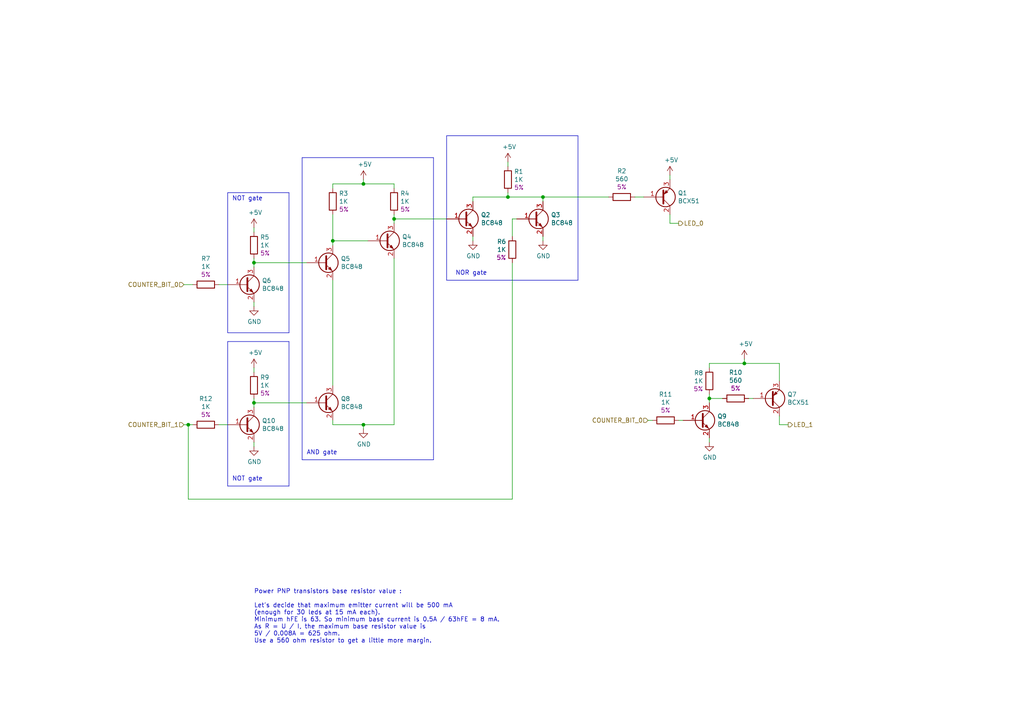
<source format=kicad_sch>
(kicad_sch (version 20230121) (generator eeschema)
  (paper "A4")
  (title_block (title "Leds control logic and power") (date "2022-01-01") (company "(C) Adrien RICCIARDI"))
  (lib_symbols
    (symbol "Device:R" (pin_numbers hide) (pin_names (offset 0))
      (property "Reference" "R" (at 2.032 0 90))
      (property "Value" "R" (at 0 0 90))
      (symbol "R_0_1"
        (rectangle (start -1.016 -2.54) (end 1.016 2.54) (stroke (width 0.254)))
      )
      (symbol "R_1_1"
        (pin passive line (at 0 3.81 270) (length 1.27) (name "~") (number "1"))
        (pin passive line (at 0 -3.81 90) (length 1.27) (name "~") (number "2"))
      )
    )
    (symbol "Transistor_BJT:BC848" (pin_names (offset 0) hide)
      (property "Reference" "Q" (at 5.08 1.905 0))
      (property "Value" "BC848" (at 5.08 0 0))
      (symbol "BC848_0_1"
        (polyline (pts (xy 0.635 0.635) (xy 2.54 2.54)))
        (polyline (pts (xy 0.635 -0.635) (xy 2.54 -2.54) (xy 2.54 -2.54)))
        (polyline (pts (xy 0.635 1.905) (xy 0.635 -1.905) (xy 0.635 -1.905)) (stroke (width 0.508)))
        (polyline (pts (xy 1.27 -1.778) (xy 1.778 -1.27) (xy 2.286 -2.286) (xy 1.27 -1.778) (xy 1.27 -1.778)) (fill (type outline)))
        (circle (center 1.27 0) (radius 2.8194) (stroke (width 0.254)))
      )
      (symbol "BC848_1_1"
        (pin input line (at -5.08 0 0) (length 5.715) (name "B") (number "1"))
        (pin passive line (at 2.54 -5.08 90) (length 2.54) (name "E") (number "2"))
        (pin passive line (at 2.54 5.08 270) (length 2.54) (name "C") (number "3"))
      )
    )
    (symbol "Transistor_BJT:BCX51" (pin_names (offset 0) hide)
      (property "Reference" "Q" (at 5.08 1.905 0))
      (property "Value" "BCX51" (at 5.08 0 0))
      (symbol "BCX51_0_1"
        (polyline (pts (xy 0 0) (xy 0.635 0)))
        (polyline (pts (xy 2.54 -2.54) (xy 0.635 -0.635)))
        (polyline (pts (xy 2.54 2.54) (xy 0.635 0.635)))
        (polyline (pts (xy 0.635 1.905) (xy 0.635 -1.905) (xy 0.635 -1.905)) (stroke (width 0.508)) (fill (type outline)))
        (polyline (pts (xy 1.397 -1.905) (xy 1.905 -1.397) (xy 0.889 -0.889) (xy 1.397 -1.905) (xy 1.397 -1.905)) (fill (type outline)))
        (circle (center 1.27 0) (radius 2.8194) (stroke (width 0.254)))
      )
      (symbol "BCX51_1_1"
        (pin input line (at -5.08 0 0) (length 5.08) (name "B") (number "1"))
        (pin passive line (at 2.54 5.08 270) (length 2.54) (name "C") (number "2"))
        (pin passive line (at 2.54 -5.08 90) (length 2.54) (name "E") (number "3"))
      )
    )
    (symbol "power:+5V" (power) (pin_names (offset 0))
      (property "Value" "+5V" (at 0 3.556 0))
      (symbol "+5V_0_1"
        (polyline (pts (xy -0.762 1.27) (xy 0 2.54)))
        (polyline (pts (xy 0 0) (xy 0 2.54)))
        (polyline (pts (xy 0 2.54) (xy 0.762 1.27)))
      )
      (symbol "+5V_1_1"
        (pin power_in line (at 0 0 90) (length 0) hide (name "+5V") (number "1"))
      )
    )
    (symbol "power:GND" (power) (pin_names (offset 0))
      (property "Value" "GND" (at 0 -3.81 0))
      (symbol "GND_0_1"
        (polyline (pts (xy 0 0) (xy 0 -1.27) (xy 1.27 -1.27) (xy 0 -2.54) (xy -1.27 -1.27) (xy 0 -1.27)))
      )
      (symbol "GND_1_1"
        (pin power_in line (at 0 0 270) (length 0) hide (name "GND") (number "1"))
      )
    )
  )
  (junction (at 105.41 123.19))
  (junction (at 205.74 115.57))
  (junction (at 105.41 53.34))
  (junction (at 54.61 123.19))
  (junction (at 114.3 63.5))
  (junction (at 157.48 57.15))
  (junction (at 73.66 116.84))
  (junction (at 215.9 105.41))
  (junction (at 73.66 76.2))
  (junction (at 96.52 69.85))
  (junction (at 147.32 57.15))
  (polyline (pts (xy 87.63 45.72) (xy 125.73 45.72)))
  (wire (pts (xy 114.3 63.5) (xy 129.54 63.5)))
  (wire (pts (xy 96.52 53.34) (xy 105.41 53.34)))
  (wire (pts (xy 73.66 76.2) (xy 73.66 77.47)))
  (wire (pts (xy 147.32 48.26) (xy 147.32 46.99)))
  (wire (pts (xy 105.41 52.07) (xy 105.41 53.34)))
  (wire (pts (xy 215.9 104.14) (xy 215.9 105.41)))
  (wire (pts (xy 96.52 111.76) (xy 96.52 81.28)))
  (wire (pts (xy 215.9 105.41) (xy 226.06 105.41)))
  (polyline (pts (xy 167.64 81.28) (xy 167.64 39.37)))
  (wire (pts (xy 96.52 62.23) (xy 96.52 69.85)))
  (wire (pts (xy 205.74 105.41) (xy 215.9 105.41)))
  (wire (pts (xy 157.48 69.85) (xy 157.48 68.58)))
  (wire (pts (xy 148.59 76.2) (xy 148.59 144.78)))
  (wire (pts (xy 96.52 123.19) (xy 105.41 123.19)))
  (polyline (pts (xy 87.63 133.35) (xy 87.63 45.72)))
  (polyline (pts (xy 83.82 55.88) (xy 66.04 55.88)))
  (wire (pts (xy 88.9 76.2) (xy 73.66 76.2)))
  (wire (pts (xy 194.31 50.8) (xy 194.31 52.07)))
  (polyline (pts (xy 167.64 39.37) (xy 129.54 39.37)))
  (wire (pts (xy 196.85 121.92) (xy 198.12 121.92)))
  (wire (pts (xy 73.66 116.84) (xy 73.66 118.11)))
  (wire (pts (xy 157.48 57.15) (xy 176.53 57.15)))
  (wire (pts (xy 54.61 144.78) (xy 148.59 144.78)))
  (wire (pts (xy 73.66 128.27) (xy 73.66 129.54)))
  (wire (pts (xy 73.66 116.84) (xy 88.9 116.84)))
  (wire (pts (xy 96.52 54.61) (xy 96.52 53.34)))
  (wire (pts (xy 114.3 123.19) (xy 114.3 74.93)))
  (wire (pts (xy 186.69 57.15) (xy 184.15 57.15)))
  (wire (pts (xy 54.61 123.19) (xy 55.88 123.19)))
  (wire (pts (xy 73.66 66.04) (xy 73.66 67.31)))
  (wire (pts (xy 218.44 115.57) (xy 217.17 115.57)))
  (polyline (pts (xy 83.82 140.97) (xy 83.82 99.06)))
  (wire (pts (xy 105.41 123.19) (xy 114.3 123.19)))
  (polyline (pts (xy 125.73 45.72) (xy 125.73 133.35)))
  (wire (pts (xy 96.52 69.85) (xy 96.52 71.12)))
  (wire (pts (xy 149.86 63.5) (xy 148.59 63.5)))
  (wire (pts (xy 53.34 123.19) (xy 54.61 123.19)))
  (wire (pts (xy 114.3 63.5) (xy 114.3 64.77)))
  (wire (pts (xy 63.5 123.19) (xy 66.04 123.19)))
  (wire (pts (xy 205.74 105.41) (xy 205.74 106.68)))
  (wire (pts (xy 187.96 121.92) (xy 189.23 121.92)))
  (wire (pts (xy 157.48 57.15) (xy 157.48 58.42)))
  (wire (pts (xy 96.52 121.92) (xy 96.52 123.19)))
  (wire (pts (xy 105.41 53.34) (xy 114.3 53.34)))
  (wire (pts (xy 63.5 82.55) (xy 66.04 82.55)))
  (wire (pts (xy 194.31 62.23) (xy 194.31 64.77)))
  (wire (pts (xy 106.68 69.85) (xy 96.52 69.85)))
  (polyline (pts (xy 125.73 133.35) (xy 87.63 133.35)))
  (wire (pts (xy 137.16 57.15) (xy 147.32 57.15)))
  (wire (pts (xy 205.74 116.84) (xy 205.74 115.57)))
  (polyline (pts (xy 83.82 96.52) (xy 83.82 55.88)))
  (wire (pts (xy 148.59 63.5) (xy 148.59 68.58)))
  (wire (pts (xy 137.16 58.42) (xy 137.16 57.15)))
  (wire (pts (xy 194.31 64.77) (xy 196.85 64.77)))
  (wire (pts (xy 226.06 105.41) (xy 226.06 110.49)))
  (wire (pts (xy 137.16 69.85) (xy 137.16 68.58)))
  (wire (pts (xy 226.06 123.19) (xy 228.6 123.19)))
  (wire (pts (xy 105.41 123.19) (xy 105.41 124.46)))
  (wire (pts (xy 73.66 106.68) (xy 73.66 107.95)))
  (wire (pts (xy 114.3 62.23) (xy 114.3 63.5)))
  (polyline (pts (xy 66.04 55.88) (xy 66.04 96.52)))
  (wire (pts (xy 226.06 120.65) (xy 226.06 123.19)))
  (wire (pts (xy 73.66 115.57) (xy 73.66 116.84)))
  (polyline (pts (xy 129.54 39.37) (xy 129.54 81.28)))
  (wire (pts (xy 73.66 74.93) (xy 73.66 76.2)))
  (wire (pts (xy 147.32 57.15) (xy 157.48 57.15)))
  (wire (pts (xy 73.66 87.63) (xy 73.66 88.9)))
  (polyline (pts (xy 66.04 140.97) (xy 83.82 140.97)))
  (polyline (pts (xy 129.54 81.28) (xy 167.64 81.28)))
  (wire (pts (xy 147.32 57.15) (xy 147.32 55.88)))
  (wire (pts (xy 205.74 115.57) (xy 209.55 115.57)))
  (polyline (pts (xy 66.04 99.06) (xy 66.04 140.97)))
  (wire (pts (xy 53.34 82.55) (xy 55.88 82.55)))
  (polyline (pts (xy 83.82 99.06) (xy 66.04 99.06)))
  (wire (pts (xy 205.74 128.27) (xy 205.74 127)))
  (wire (pts (xy 205.74 114.3) (xy 205.74 115.57)))
  (wire (pts (xy 114.3 53.34) (xy 114.3 54.61)))
  (wire (pts (xy 54.61 123.19) (xy 54.61 144.78)))
  (polyline (pts (xy 66.04 96.52) (xy 83.82 96.52)))
  (text "NOT gate" (at 67.31 139.7 0) (effects (font (size 1.27 1.27)) (justify left bottom)))
  (text "NOT gate" (at 67.31 58.42 0) (effects (font (size 1.27 1.27)) (justify left bottom)))
  (text "Power PNP transistors base resistor value :\n\nLet's decide that maximum emitter current will be 500 mA\n(enough for 30 leds at 15 mA each).\nMinimum hFE is 63. So minimum base current is 0.5A / 63hFE = 8 mA.\nAs R = U / I, the maximum base resistor value is\n5V / 0.008A = 625 ohm.\nUse a 560 ohm resistor to get a little more margin." (at 73.66 186.69 0) (effects (font (size 1.27 1.27)) (justify left bottom)))
  (text "NOR gate" (at 132.08 80.01 0) (effects (font (size 1.27 1.27)) (justify left bottom)))
  (text "AND gate" (at 88.9 132.08 0) (effects (font (size 1.27 1.27)) (justify left bottom)))
  (hierarchical_label "COUNTER_BIT_1" (shape input) (at 53.34 123.19 180))
  (hierarchical_label "LED_0" (shape output) (at 196.85 64.77 0))
  (hierarchical_label "COUNTER_BIT_0" (shape input) (at 53.34 82.55 180))
  (hierarchical_label "COUNTER_BIT_0" (shape input) (at 187.96 121.92 180))
  (hierarchical_label "LED_1" (shape output) (at 228.6 123.19 0))
  (symbol (lib_id "Transistor_BJT:BC848") (at 71.12 82.55 0) (unit 1)
    (property "Reference" "Q6" (at 75.9714 81.3816 0) (effects (justify left)))
    (property "Value" "BC848" (at 75.9714 83.693 0) (effects (justify left)))
    (property "Footprint" "Package_TO_SOT_SMD:SOT-23" (effects hide))
    (property "Datasheet" "http://www.infineon.com/dgdl/Infineon-BC847SERIES_BC848SERIES_BC849SERIES_BC850SERIES-DS-v01_01-en.pdf?fileId=db3a304314dca389011541d4630a1657" (effects hide))
    (property "Sim.Library" "Spice_Simulation/BC848.lib" (effects hide))
    (property "Sim.Name" "BC848" (effects hide))
    (property "Sim.Pins" "3=1 1=2 2=3" (effects hide))
    (instances (project "Motherboard" (path "" (reference "Q6") (unit 1)) (path "" (reference "Q?") (unit 1))))
  )
  (symbol (lib_id "Device:R") (at 73.66 71.12 0) (unit 1)
    (property "Reference" "R5" (at 75.438 68.8086 0) (effects (justify left)))
    (property "Value" "1K" (at 75.438 71.12 0) (effects (justify left)))
    (property "Footprint" "Resistor_SMD:R_0603_1608Metric_Pad0.98x0.95mm_HandSolder" (effects hide))
    (property "Value2" "5%" (at 75.438 73.4314 0) (effects (justify left)))
    (property "Sim.Device" "SPICE" (effects hide))
    (property "Sim.Params" "type=\"R\" model=\"1k\" lib=\"\"" (effects hide))
    (property "Sim.Pins" "1=1 2=2" (effects hide))
    (instances (project "Motherboard" (path "" (reference "R5") (unit 1)) (path "" (reference "R?") (unit 1))))
  )
  (symbol (lib_id "power:+5V") (at 73.66 66.04 0) (unit 1)
    (property "Reference" "#PWR09" (effects hide))
    (property "Value" "5" (at 74.041 61.6458 0))
    (property "Sim.Device" "V" (effects hide))
    (property "Sim.Type" "DC" (effects hide))
    (property "Sim.Pins" "1=+" (effects hide))
    (instances (project "Motherboard" (path "" (reference "#PWR09") (unit 1)) (path "" (reference "#PWR?") (unit 1))))
  )
  (symbol (lib_id "power:GND") (at 73.66 88.9 0) (unit 1)
    (property "Reference" "#PWR012" (effects hide))
    (property "Value" "GND" (at 73.787 93.2942 0))
    (instances (project "Motherboard" (path "" (reference "#PWR012") (unit 1)) (path "" (reference "#PWR?") (unit 1))))
  )
  (symbol (lib_id "Device:R") (at 59.69 82.55 270) (unit 1)
    (property "Reference" "R7" (at 59.69 75.0062 90))
    (property "Value" "1K" (at 59.69 77.3176 90))
    (property "Footprint" "Resistor_SMD:R_0603_1608Metric_Pad0.98x0.95mm_HandSolder" (effects hide))
    (property "Value2" "5%" (at 59.69 79.629 90))
    (property "Sim.Device" "SPICE" (effects hide))
    (property "Sim.Params" "type=\"R\" model=\"1k\" lib=\"\"" (effects hide))
    (property "Sim.Pins" "1=1 2=2" (effects hide))
    (instances (project "Motherboard" (path "" (reference "R7") (unit 1)) (path "" (reference "R?") (unit 1))))
  )
  (symbol (lib_id "Transistor_BJT:BC848") (at 71.12 123.19 0) (unit 1)
    (property "Reference" "Q10" (at 75.9714 122.0216 0) (effects (justify left)))
    (property "Value" "BC848" (at 75.9714 124.333 0) (effects (justify left)))
    (property "Footprint" "Package_TO_SOT_SMD:SOT-23" (effects hide))
    (property "Datasheet" "http://www.infineon.com/dgdl/Infineon-BC847SERIES_BC848SERIES_BC849SERIES_BC850SERIES-DS-v01_01-en.pdf?fileId=db3a304314dca389011541d4630a1657" (effects hide))
    (property "Sim.Library" "Spice_Simulation/BC848.lib" (effects hide))
    (property "Sim.Name" "BC848" (effects hide))
    (property "Sim.Pins" "3=1 1=2 2=3" (effects hide))
    (instances (project "Motherboard" (path "" (reference "Q10") (unit 1)) (path "" (reference "Q?") (unit 1))))
  )
  (symbol (lib_id "Device:R") (at 73.66 111.76 0) (unit 1)
    (property "Reference" "R9" (at 75.438 109.4486 0) (effects (justify left)))
    (property "Value" "1K" (at 75.438 111.76 0) (effects (justify left)))
    (property "Footprint" "Resistor_SMD:R_0603_1608Metric_Pad0.98x0.95mm_HandSolder" (effects hide))
    (property "Value2" "5%" (at 75.438 114.0714 0) (effects (justify left)))
    (property "Sim.Device" "SPICE" (effects hide))
    (property "Sim.Params" "type=\"R\" model=\"1k\" lib=\"\"" (effects hide))
    (property "Sim.Pins" "1=1 2=2" (effects hide))
    (instances (project "Motherboard" (path "" (reference "R9") (unit 1)) (path "" (reference "R?") (unit 1))))
  )
  (symbol (lib_id "power:+5V") (at 73.66 106.68 0) (unit 1)
    (property "Reference" "#PWR014" (effects hide))
    (property "Value" "5" (at 74.041 102.2858 0))
    (property "Sim.Device" "V" (effects hide))
    (property "Sim.Type" "DC" (effects hide))
    (property "Sim.Pins" "1=+" (effects hide))
    (instances (project "Motherboard" (path "" (reference "#PWR014") (unit 1)) (path "" (reference "#PWR?") (unit 1))))
  )
  (symbol (lib_id "power:GND") (at 73.66 129.54 0) (unit 1)
    (property "Reference" "#PWR017" (effects hide))
    (property "Value" "GND" (at 73.787 133.9342 0))
    (instances (project "Motherboard" (path "" (reference "#PWR017") (unit 1)) (path "" (reference "#PWR?") (unit 1))))
  )
  (symbol (lib_id "Device:R") (at 59.69 123.19 270) (unit 1)
    (property "Reference" "R12" (at 59.69 115.6462 90))
    (property "Value" "1K" (at 59.69 117.9576 90))
    (property "Footprint" "Resistor_SMD:R_0603_1608Metric_Pad0.98x0.95mm_HandSolder" (effects hide))
    (property "Value2" "5%" (at 59.69 120.269 90))
    (property "Sim.Device" "SPICE" (effects hide))
    (property "Sim.Params" "type=\"R\" model=\"1k\" lib=\"\"" (effects hide))
    (property "Sim.Pins" "1=1 2=2" (effects hide))
    (instances (project "Motherboard" (path "" (reference "R12") (unit 1)) (path "" (reference "R?") (unit 1))))
  )
  (symbol (lib_id "Transistor_BJT:BC848") (at 93.98 116.84 0) (unit 1)
    (property "Reference" "Q8" (at 98.8314 115.6716 0) (effects (justify left)))
    (property "Value" "BC848" (at 98.8314 117.983 0) (effects (justify left)))
    (property "Footprint" "Package_TO_SOT_SMD:SOT-23" (effects hide))
    (property "Datasheet" "http://www.infineon.com/dgdl/Infineon-BC847SERIES_BC848SERIES_BC849SERIES_BC850SERIES-DS-v01_01-en.pdf?fileId=db3a304314dca389011541d4630a1657" (effects hide))
    (property "Sim.Library" "Spice_Simulation/BC848.lib" (effects hide))
    (property "Sim.Name" "BC848" (effects hide))
    (property "Sim.Pins" "3=1 1=2 2=3" (effects hide))
    (instances (project "Motherboard" (path "" (reference "Q8") (unit 1)) (path "" (reference "Q?") (unit 1))))
  )
  (symbol (lib_id "power:GND") (at 105.41 124.46 0) (unit 1)
    (property "Reference" "#PWR015" (effects hide))
    (property "Value" "GND" (at 105.537 128.8542 0))
    (instances (project "Motherboard" (path "" (reference "#PWR015") (unit 1)) (path "" (reference "#PWR?") (unit 1))))
  )
  (symbol (lib_id "Transistor_BJT:BC848") (at 93.98 76.2 0) (unit 1)
    (property "Reference" "Q5" (at 98.8314 75.0316 0) (effects (justify left)))
    (property "Value" "BC848" (at 98.8314 77.343 0) (effects (justify left)))
    (property "Footprint" "Package_TO_SOT_SMD:SOT-23" (effects hide))
    (property "Datasheet" "http://www.infineon.com/dgdl/Infineon-BC847SERIES_BC848SERIES_BC849SERIES_BC850SERIES-DS-v01_01-en.pdf?fileId=db3a304314dca389011541d4630a1657" (effects hide))
    (property "Sim.Library" "Spice_Simulation/BC848.lib" (effects hide))
    (property "Sim.Name" "BC848" (effects hide))
    (property "Sim.Pins" "3=1 1=2 2=3" (effects hide))
    (instances (project "Motherboard" (path "" (reference "Q5") (unit 1)) (path "" (reference "Q?") (unit 1))))
  )
  (symbol (lib_id "Device:R") (at 96.52 58.42 0) (unit 1)
    (property "Reference" "R3" (at 98.298 56.1086 0) (effects (justify left)))
    (property "Value" "1K" (at 98.298 58.42 0) (effects (justify left)))
    (property "Footprint" "Resistor_SMD:R_0603_1608Metric_Pad0.98x0.95mm_HandSolder" (effects hide))
    (property "Value2" "5%" (at 98.298 60.7314 0) (effects (justify left)))
    (property "Sim.Device" "SPICE" (effects hide))
    (property "Sim.Params" "type=\"R\" model=\"1k\" lib=\"\"" (effects hide))
    (property "Sim.Pins" "1=1 2=2" (effects hide))
    (instances (project "Motherboard" (path "" (reference "R3") (unit 1)) (path "" (reference "R?") (unit 1))))
  )
  (symbol (lib_id "Transistor_BJT:BC848") (at 111.76 69.85 0) (unit 1)
    (property "Reference" "Q4" (at 116.6114 68.6816 0) (effects (justify left)))
    (property "Value" "BC848" (at 116.6114 70.993 0) (effects (justify left)))
    (property "Footprint" "Package_TO_SOT_SMD:SOT-23" (effects hide))
    (property "Datasheet" "http://www.infineon.com/dgdl/Infineon-BC847SERIES_BC848SERIES_BC849SERIES_BC850SERIES-DS-v01_01-en.pdf?fileId=db3a304314dca389011541d4630a1657" (effects hide))
    (property "Sim.Library" "Spice_Simulation/BC848.lib" (effects hide))
    (property "Sim.Name" "BC848" (effects hide))
    (property "Sim.Pins" "3=1 1=2 2=3" (effects hide))
    (instances (project "Motherboard" (path "" (reference "Q4") (unit 1)) (path "" (reference "Q?") (unit 1))))
  )
  (symbol (lib_id "power:+5V") (at 105.41 52.07 0) (unit 1)
    (property "Reference" "#PWR08" (effects hide))
    (property "Value" "5" (at 105.791 47.6758 0))
    (property "Sim.Device" "V" (effects hide))
    (property "Sim.Type" "DC" (effects hide))
    (property "Sim.Pins" "1=+" (effects hide))
    (instances (project "Motherboard" (path "" (reference "#PWR08") (unit 1)) (path "" (reference "#PWR?") (unit 1))))
  )
  (symbol (lib_id "Transistor_BJT:BCX51") (at 191.77 57.15 0) (mirror x) (unit 1)
    (property "Reference" "Q1" (at 196.596 55.9816 0) (effects (justify left)))
    (property "Value" "BCX51" (at 196.596 58.293 0) (effects (justify left)))
    (property "Footprint" "Package_TO_SOT_SMD:SOT-89-3" (effects hide))
    (property "Datasheet" "http://www.infineon.com/dgdl/bcx51_bcx52_bcx53.pdf" (effects hide))
    (property "PartNumber" "BCX51,115" (effects hide))
    (property "Sim.Device" "SPICE" (effects hide))
    (property "Sim.Params" "type=\"Q\" model=\"BCX51\" lib=\"Spice_Simulation/BCX51.lib\"" (effects hide))
    (property "Sim.Pins" "3=1 1=2 2=3" (effects hide))
  )
  (symbol (lib_id "Transistor_BJT:BC848") (at 134.62 63.5 0) (unit 1)
    (property "Reference" "Q2" (at 139.4714 62.3316 0) (effects (justify left)))
    (property "Value" "BC848" (at 139.4714 64.643 0) (effects (justify left)))
    (property "Footprint" "Package_TO_SOT_SMD:SOT-23" (effects hide))
    (property "Datasheet" "http://www.infineon.com/dgdl/Infineon-BC847SERIES_BC848SERIES_BC849SERIES_BC850SERIES-DS-v01_01-en.pdf?fileId=db3a304314dca389011541d4630a1657" (effects hide))
    (property "Sim.Library" "Spice_Simulation/BC848.lib" (effects hide))
    (property "Sim.Name" "BC848" (effects hide))
    (property "Sim.Pins" "3=1 1=2 2=3" (effects hide))
    (instances (project "Motherboard" (path "" (reference "Q2") (unit 1)) (path "" (reference "Q?") (unit 1))))
  )
  (symbol (lib_id "Transistor_BJT:BC848") (at 154.94 63.5 0) (unit 1)
    (property "Reference" "Q3" (at 159.7914 62.3316 0) (effects (justify left)))
    (property "Value" "BC848" (at 159.7914 64.643 0) (effects (justify left)))
    (property "Footprint" "Package_TO_SOT_SMD:SOT-23" (effects hide))
    (property "Datasheet" "http://www.infineon.com/dgdl/Infineon-BC847SERIES_BC848SERIES_BC849SERIES_BC850SERIES-DS-v01_01-en.pdf?fileId=db3a304314dca389011541d4630a1657" (effects hide))
    (property "Sim.Library" "Spice_Simulation/BC848.lib" (effects hide))
    (property "Sim.Name" "BC848" (effects hide))
    (property "Sim.Pins" "3=1 1=2 2=3" (effects hide))
    (instances (project "Motherboard" (path "" (reference "Q3") (unit 1)) (path "" (reference "Q?") (unit 1))))
  )
  (symbol (lib_id "Device:R") (at 114.3 58.42 0) (unit 1)
    (property "Reference" "R4" (at 116.078 56.1086 0) (effects (justify left)))
    (property "Value" "1K" (at 116.078 58.42 0) (effects (justify left)))
    (property "Footprint" "Resistor_SMD:R_0603_1608Metric_Pad0.98x0.95mm_HandSolder" (effects hide))
    (property "Value2" "5%" (at 116.078 60.7314 0) (effects (justify left)))
    (property "Sim.Device" "SPICE" (effects hide))
    (property "Sim.Params" "type=\"R\" model=\"1k\" lib=\"\"" (effects hide))
    (property "Sim.Pins" "1=1 2=2" (effects hide))
    (instances (project "Motherboard" (path "" (reference "R4") (unit 1)) (path "" (reference "R?") (unit 1))))
  )
  (symbol (lib_id "Device:R") (at 147.32 52.07 0) (unit 1)
    (property "Reference" "R1" (at 149.098 49.7586 0) (effects (justify left)))
    (property "Value" "1K" (at 149.098 52.07 0) (effects (justify left)))
    (property "Footprint" "Resistor_SMD:R_0603_1608Metric_Pad0.98x0.95mm_HandSolder" (effects hide))
    (property "Value2" "5%" (at 149.098 54.3814 0) (effects (justify left)))
    (property "Sim.Device" "SPICE" (effects hide))
    (property "Sim.Params" "type=\"R\" model=\"1k\" lib=\"\"" (effects hide))
    (property "Sim.Pins" "1=1 2=2" (effects hide))
    (instances (project "Motherboard" (path "" (reference "R1") (unit 1)) (path "" (reference "R?") (unit 1))))
  )
  (symbol (lib_id "power:+5V") (at 147.32 46.99 0) (unit 1)
    (property "Reference" "#PWR06" (effects hide))
    (property "Value" "5" (at 147.701 42.5958 0))
    (property "Sim.Device" "V" (effects hide))
    (property "Sim.Type" "DC" (effects hide))
    (property "Sim.Pins" "1=+" (effects hide))
    (instances (project "Motherboard" (path "" (reference "#PWR06") (unit 1)) (path "" (reference "#PWR?") (unit 1))))
  )
  (symbol (lib_id "power:GND") (at 137.16 69.85 0) (unit 1)
    (property "Reference" "#PWR010" (effects hide))
    (property "Value" "GND" (at 137.287 74.2442 0))
    (instances (project "Motherboard" (path "" (reference "#PWR010") (unit 1)) (path "" (reference "#PWR?") (unit 1))))
  )
  (symbol (lib_id "power:GND") (at 157.48 69.85 0) (unit 1)
    (property "Reference" "#PWR011" (effects hide))
    (property "Value" "GND" (at 157.607 74.2442 0))
    (instances (project "Motherboard" (path "" (reference "#PWR011") (unit 1)) (path "" (reference "#PWR?") (unit 1))))
  )
  (symbol (lib_id "Device:R") (at 180.34 57.15 270) (unit 1)
    (property "Reference" "R2" (at 180.34 49.6062 90))
    (property "Value" "560" (at 180.34 51.9176 90))
    (property "Footprint" "Resistor_SMD:R_0603_1608Metric_Pad0.98x0.95mm_HandSolder" (effects hide))
    (property "Value2" "5%" (at 180.34 54.229 90))
    (property "Sim.Device" "SPICE" (effects hide))
    (property "Sim.Params" "type=\"R\" model=\"1k\" lib=\"\"" (effects hide))
    (property "Sim.Pins" "1=1 2=2" (effects hide))
    (instances (project "Motherboard" (path "" (reference "R2") (unit 1)) (path "" (reference "R?") (unit 1))))
  )
  (symbol (lib_id "power:+5V") (at 194.31 50.8 0) (unit 1)
    (property "Reference" "#PWR07" (effects hide))
    (property "Value" "5" (at 194.691 46.4058 0))
    (property "Sim.Device" "V" (effects hide))
    (property "Sim.Type" "DC" (effects hide))
    (property "Sim.Pins" "1=+" (effects hide))
    (instances (project "Motherboard" (path "" (reference "#PWR07") (unit 1)) (path "" (reference "#PWR?") (unit 1))))
  )
  (symbol (lib_id "Device:R") (at 148.59 72.39 180) (unit 1)
    (property "Reference" "R6" (at 146.8374 70.0786 0) (effects (justify left)))
    (property "Value" "1K" (at 146.8374 72.39 0) (effects (justify left)))
    (property "Footprint" "Resistor_SMD:R_0603_1608Metric_Pad0.98x0.95mm_HandSolder" (effects hide))
    (property "Value2" "5%" (at 146.8374 74.7014 0) (effects (justify left)))
    (property "Sim.Device" "SPICE" (effects hide))
    (property "Sim.Params" "type=\"R\" model=\"1k\" lib=\"\"" (effects hide))
    (property "Sim.Pins" "1=1 2=2" (effects hide))
    (instances (project "Motherboard" (path "" (reference "R6") (unit 1)) (path "" (reference "R?") (unit 1))))
  )
  (symbol (lib_id "Transistor_BJT:BC848") (at 203.2 121.92 0) (unit 1)
    (property "Reference" "Q9" (at 208.0514 120.7516 0) (effects (justify left)))
    (property "Value" "BC848" (at 208.0514 123.063 0) (effects (justify left)))
    (property "Footprint" "Package_TO_SOT_SMD:SOT-23" (effects hide))
    (property "Datasheet" "http://www.infineon.com/dgdl/Infineon-BC847SERIES_BC848SERIES_BC849SERIES_BC850SERIES-DS-v01_01-en.pdf?fileId=db3a304314dca389011541d4630a1657" (effects hide))
    (property "Sim.Library" "Spice_Simulation/BC848.lib" (effects hide))
    (property "Sim.Name" "BC848" (effects hide))
    (property "Sim.Pins" "3=1 1=2 2=3" (effects hide))
    (instances (project "Motherboard" (path "" (reference "Q9") (unit 1)) (path "" (reference "Q?") (unit 1))))
  )
  (symbol (lib_id "Device:R") (at 193.04 121.92 270) (unit 1)
    (property "Reference" "R11" (at 193.04 114.3762 90))
    (property "Value" "1K" (at 193.04 116.6876 90))
    (property "Footprint" "Resistor_SMD:R_0603_1608Metric_Pad0.98x0.95mm_HandSolder" (effects hide))
    (property "Value2" "5%" (at 193.04 118.999 90))
    (property "Sim.Device" "SPICE" (effects hide))
    (property "Sim.Params" "type=\"R\" model=\"1k\" lib=\"\"" (effects hide))
    (property "Sim.Pins" "1=1 2=2" (effects hide))
    (instances (project "Motherboard" (path "" (reference "R11") (unit 1)) (path "" (reference "R?") (unit 1))))
  )
  (symbol (lib_id "power:GND") (at 205.74 128.27 0) (unit 1)
    (property "Reference" "#PWR016" (effects hide))
    (property "Value" "GND" (at 205.867 132.6642 0))
    (instances (project "Motherboard" (path "" (reference "#PWR016") (unit 1)) (path "" (reference "#PWR?") (unit 1))))
  )
  (symbol (lib_id "Device:R") (at 213.36 115.57 270) (unit 1)
    (property "Reference" "R10" (at 213.36 108.0262 90))
    (property "Value" "560" (at 213.36 110.3376 90))
    (property "Footprint" "Resistor_SMD:R_0603_1608Metric_Pad0.98x0.95mm_HandSolder" (effects hide))
    (property "Value2" "5%" (at 213.36 112.649 90))
    (property "Sim.Device" "SPICE" (effects hide))
    (property "Sim.Params" "type=\"R\" model=\"1k\" lib=\"\"" (effects hide))
    (property "Sim.Pins" "1=1 2=2" (effects hide))
    (instances (project "Motherboard" (path "" (reference "R10") (unit 1)) (path "" (reference "R?") (unit 1))))
  )
  (symbol (lib_id "Transistor_BJT:BCX51") (at 223.52 115.57 0) (mirror x) (unit 1)
    (property "Reference" "Q7" (at 228.346 114.4016 0) (effects (justify left)))
    (property "Value" "BCX51" (at 228.346 116.713 0) (effects (justify left)))
    (property "Footprint" "Package_TO_SOT_SMD:SOT-89-3" (effects hide))
    (property "Datasheet" "http://www.infineon.com/dgdl/bcx51_bcx52_bcx53.pdf" (effects hide))
    (property "PartNumber" "BCX51,115" (effects hide))
    (property "Sim.Device" "SPICE" (effects hide))
    (property "Sim.Params" "type=\"Q\" model=\"BCX51\" lib=\"Spice_Simulation/BCX51.lib\"" (effects hide))
    (property "Sim.Pins" "3=1 1=2 2=3" (effects hide))
  )
  (symbol (lib_id "Device:R") (at 205.74 110.49 180) (unit 1)
    (property "Reference" "R8" (at 203.9874 108.1786 0) (effects (justify left)))
    (property "Value" "1K" (at 203.9874 110.49 0) (effects (justify left)))
    (property "Footprint" "Resistor_SMD:R_0603_1608Metric_Pad0.98x0.95mm_HandSolder" (effects hide))
    (property "Value2" "5%" (at 203.9874 112.8014 0) (effects (justify left)))
    (property "Sim.Device" "SPICE" (effects hide))
    (property "Sim.Params" "type=\"R\" model=\"1k\" lib=\"\"" (effects hide))
    (property "Sim.Pins" "1=1 2=2" (effects hide))
    (instances (project "Motherboard" (path "" (reference "R8") (unit 1)) (path "" (reference "R?") (unit 1))))
  )
  (symbol (lib_id "power:+5V") (at 215.9 104.14 0) (unit 1)
    (property "Reference" "#PWR013" (effects hide))
    (property "Value" "5" (at 216.281 99.7458 0))
    (property "Sim.Device" "V" (effects hide))
    (property "Sim.Type" "DC" (effects hide))
    (property "Sim.Pins" "1=+" (effects hide))
    (instances (project "Motherboard" (path "" (reference "#PWR013") (unit 1)) (path "" (reference "#PWR?") (unit 1))))
  )
)
</source>
